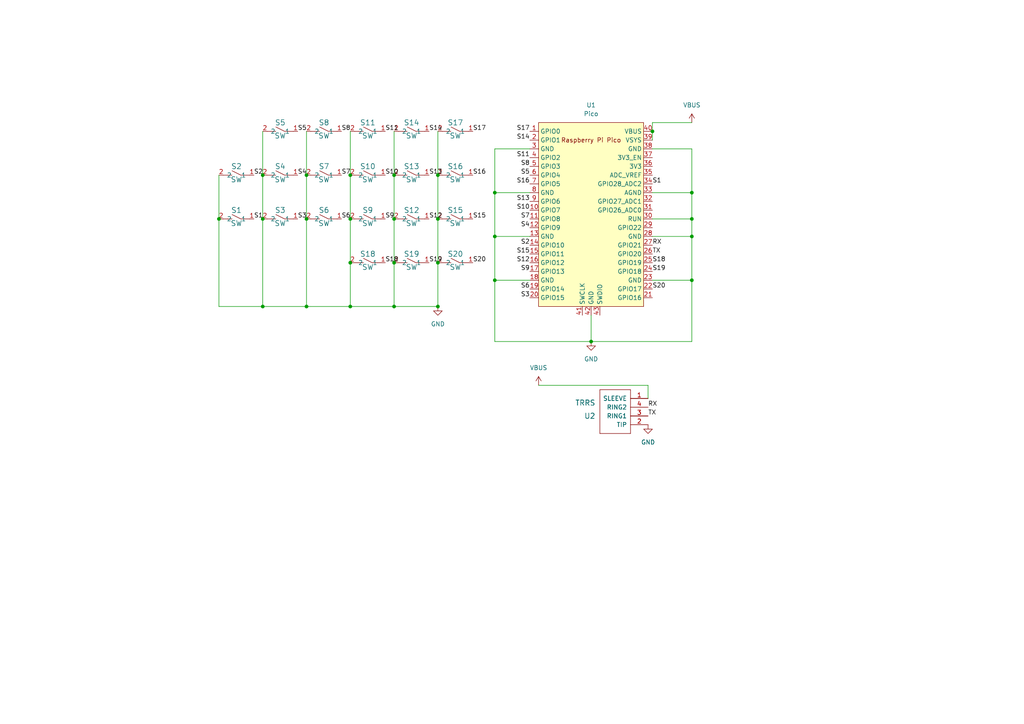
<source format=kicad_sch>
(kicad_sch (version 20211123) (generator eeschema)
  (paper "A4")
  (lib_symbols
    (symbol "pico:Pico"
      (property "Reference" "U" (at -13.97 27.94 0))
      (property "Value" "Pico" (at 0 19.05 0))
      (symbol "Pico_0_0"
        (text "Raspberry Pi Pico" (at 0 21.59 0) (effects (font (size 1.27 1.27))))
      )
      (symbol "Pico_0_1"
        (rectangle (start -15.24 26.67) (end 15.24 -26.67) (fill (type background)))
      )
      (symbol "Pico_1_1"
        (pin bidirectional line (at -17.78 24.13 0) (length 2.54) (name "GPIO0") (number "1"))
        (pin bidirectional line (at -17.78 1.27 0) (length 2.54) (name "GPIO7") (number "10"))
        (pin bidirectional line (at -17.78 -1.27 0) (length 2.54) (name "GPIO8") (number "11"))
        (pin bidirectional line (at -17.78 -3.81 0) (length 2.54) (name "GPIO9") (number "12"))
        (pin power_in line (at -17.78 -6.35 0) (length 2.54) (name "GND") (number "13"))
        (pin bidirectional line (at -17.78 -8.89 0) (length 2.54) (name "GPIO10") (number "14"))
        (pin bidirectional line (at -17.78 -11.43 0) (length 2.54) (name "GPIO11") (number "15"))
        (pin bidirectional line (at -17.78 -13.97 0) (length 2.54) (name "GPIO12") (number "16"))
        (pin bidirectional line (at -17.78 -16.51 0) (length 2.54) (name "GPIO13") (number "17"))
        (pin power_in line (at -17.78 -19.05 0) (length 2.54) (name "GND") (number "18"))
        (pin bidirectional line (at -17.78 -21.59 0) (length 2.54) (name "GPIO14") (number "19"))
        (pin bidirectional line (at -17.78 21.59 0) (length 2.54) (name "GPIO1") (number "2"))
        (pin bidirectional line (at -17.78 -24.13 0) (length 2.54) (name "GPIO15") (number "20"))
        (pin bidirectional line (at 17.78 -24.13 180) (length 2.54) (name "GPIO16") (number "21"))
        (pin bidirectional line (at 17.78 -21.59 180) (length 2.54) (name "GPIO17") (number "22"))
        (pin power_in line (at 17.78 -19.05 180) (length 2.54) (name "GND") (number "23"))
        (pin bidirectional line (at 17.78 -16.51 180) (length 2.54) (name "GPIO18") (number "24"))
        (pin bidirectional line (at 17.78 -13.97 180) (length 2.54) (name "GPIO19") (number "25"))
        (pin bidirectional line (at 17.78 -11.43 180) (length 2.54) (name "GPIO20") (number "26"))
        (pin bidirectional line (at 17.78 -8.89 180) (length 2.54) (name "GPIO21") (number "27"))
        (pin power_in line (at 17.78 -6.35 180) (length 2.54) (name "GND") (number "28"))
        (pin bidirectional line (at 17.78 -3.81 180) (length 2.54) (name "GPIO22") (number "29"))
        (pin power_in line (at -17.78 19.05 0) (length 2.54) (name "GND") (number "3"))
        (pin input line (at 17.78 -1.27 180) (length 2.54) (name "RUN") (number "30"))
        (pin bidirectional line (at 17.78 1.27 180) (length 2.54) (name "GPIO26_ADC0") (number "31"))
        (pin bidirectional line (at 17.78 3.81 180) (length 2.54) (name "GPIO27_ADC1") (number "32"))
        (pin power_in line (at 17.78 6.35 180) (length 2.54) (name "AGND") (number "33"))
        (pin bidirectional line (at 17.78 8.89 180) (length 2.54) (name "GPIO28_ADC2") (number "34"))
        (pin power_in line (at 17.78 11.43 180) (length 2.54) (name "ADC_VREF") (number "35"))
        (pin power_in line (at 17.78 13.97 180) (length 2.54) (name "3V3") (number "36"))
        (pin input line (at 17.78 16.51 180) (length 2.54) (name "3V3_EN") (number "37"))
        (pin bidirectional line (at 17.78 19.05 180) (length 2.54) (name "GND") (number "38"))
        (pin power_in line (at 17.78 21.59 180) (length 2.54) (name "VSYS") (number "39"))
        (pin bidirectional line (at -17.78 16.51 0) (length 2.54) (name "GPIO2") (number "4"))
        (pin power_in line (at 17.78 24.13 180) (length 2.54) (name "VBUS") (number "40"))
        (pin input line (at -2.54 -29.21 90) (length 2.54) (name "SWCLK") (number "41"))
        (pin power_in line (at 0 -29.21 90) (length 2.54) (name "GND") (number "42"))
        (pin bidirectional line (at 2.54 -29.21 90) (length 2.54) (name "SWDIO") (number "43"))
        (pin bidirectional line (at -17.78 13.97 0) (length 2.54) (name "GPIO3") (number "5"))
        (pin bidirectional line (at -17.78 11.43 0) (length 2.54) (name "GPIO4") (number "6"))
        (pin bidirectional line (at -17.78 8.89 0) (length 2.54) (name "GPIO5") (number "7"))
        (pin power_in line (at -17.78 6.35 0) (length 2.54) (name "GND") (number "8"))
        (pin bidirectional line (at -17.78 3.81 0) (length 2.54) (name "GPIO6") (number "9"))
      )
    )
    (symbol "pj-320:TRRS" (pin_names (offset 1.016))
      (property "Reference" "U" (at 0 15.24 0))
      (property "Value" "TRRS" (at 0 -2.54 0))
      (symbol "TRRS_0_1"
        (rectangle (start -3.81 0) (end -3.81 12.7))
        (rectangle (start -3.81 12.7) (end 5.08 12.7))
        (rectangle (start 5.08 0) (end -3.81 0))
        (rectangle (start 5.08 12.7) (end 5.08 0))
      )
      (symbol "TRRS_1_1"
        (pin input line (at -8.89 2.54 0) (length 5.08) (name "SLEEVE") (number "1"))
        (pin input line (at -8.89 10.16 0) (length 5.08) (name "TIP") (number "2"))
        (pin input line (at -8.89 7.62 0) (length 5.08) (name "RING1") (number "3"))
        (pin input line (at -8.89 5.08 0) (length 5.08) (name "RING2") (number "4"))
      )
    )
    (symbol "power:GND" (power) (pin_names (offset 0))
      (property "Value" "GND" (at 0 -3.81 0))
      (symbol "GND_0_1"
        (polyline (pts (xy 0 0) (xy 0 -1.27) (xy 1.27 -1.27) (xy 0 -2.54) (xy -1.27 -1.27) (xy 0 -1.27)))
      )
      (symbol "GND_1_1"
        (pin power_in line (at 0 0 270) (length 0) hide (name "GND") (number "1"))
      )
    )
    (symbol "power:VBUS" (power) (pin_names (offset 0))
      (property "Value" "VBUS" (at 0 3.81 0))
      (symbol "VBUS_0_1"
        (polyline (pts (xy -0.762 1.27) (xy 0 2.54)))
        (polyline (pts (xy 0 0) (xy 0 2.54)))
        (polyline (pts (xy 0 2.54) (xy 0.762 1.27)))
      )
      (symbol "VBUS_1_1"
        (pin power_in line (at 0 0 90) (length 0) hide (name "VBUS") (number "1"))
      )
    )
    (symbol "switch:SW" (pin_names (offset 1.016))
      (property "Reference" "S" (at 0 2.54 0))
      (property "Value" "SW" (at 0 -1.27 0))
      (symbol "SW_0_1"
        (polyline (pts (xy 2.54 0) (xy 1.27 0)))
        (polyline (pts (xy 3.81 0) (xy 2.54 0)))
        (polyline (pts (xy 1.27 1.27) (xy -1.27 0) (xy -3.81 0)))
      )
      (symbol "SW_1_1"
        (pin bidirectional line (at -5.08 0 0) (length 1.27) (name "1") (number "1"))
        (pin bidirectional line (at 5.08 0 180) (length 1.27) (name "2") (number "2"))
      )
    )
  )
  (junction (at 127 63.5))
  (junction (at 88.9 88.9))
  (junction (at 200.66 63.5))
  (junction (at 114.3 63.5))
  (junction (at 127 88.9))
  (junction (at 76.2 88.9))
  (junction (at 101.6 76.2))
  (junction (at 76.2 50.8))
  (junction (at 143.51 55.88))
  (junction (at 88.9 63.5))
  (junction (at 200.66 81.28))
  (junction (at 200.66 68.58))
  (junction (at 143.51 81.28))
  (junction (at 143.51 68.58))
  (junction (at 114.3 76.2))
  (junction (at 63.5 63.5))
  (junction (at 127 50.8))
  (junction (at 114.3 50.8))
  (junction (at 101.6 88.9))
  (junction (at 189.23 38.1))
  (junction (at 76.2 63.5))
  (junction (at 101.6 63.5))
  (junction (at 101.6 50.8))
  (junction (at 127 76.2))
  (junction (at 200.66 55.88))
  (junction (at 114.3 88.9))
  (junction (at 171.45 99.06))
  (junction (at 88.9 50.8))
  (wire (pts (xy 156.21 111.76) (xy 187.96 111.76)))
  (wire (pts (xy 88.9 88.9) (xy 101.6 88.9)))
  (wire (pts (xy 200.66 55.88) (xy 200.66 63.5)))
  (wire (pts (xy 171.45 99.06) (xy 171.45 91.44)))
  (wire (pts (xy 76.2 50.8) (xy 76.2 63.5)))
  (wire (pts (xy 200.66 35.56) (xy 189.23 35.56)))
  (wire (pts (xy 143.51 68.58) (xy 143.51 81.28)))
  (wire (pts (xy 101.6 50.8) (xy 101.6 63.5)))
  (wire (pts (xy 189.23 35.56) (xy 189.23 38.1)))
  (wire (pts (xy 143.51 55.88) (xy 153.67 55.88)))
  (wire (pts (xy 189.23 63.5) (xy 200.66 63.5)))
  (wire (pts (xy 114.3 63.5) (xy 114.3 76.2)))
  (wire (pts (xy 143.51 99.06) (xy 171.45 99.06)))
  (wire (pts (xy 143.51 55.88) (xy 143.51 68.58)))
  (wire (pts (xy 127 50.8) (xy 127 63.5)))
  (wire (pts (xy 63.5 50.8) (xy 63.5 63.5)))
  (wire (pts (xy 200.66 99.06) (xy 171.45 99.06)))
  (wire (pts (xy 101.6 76.2) (xy 101.6 88.9)))
  (wire (pts (xy 88.9 63.5) (xy 88.9 88.9)))
  (wire (pts (xy 189.23 43.18) (xy 200.66 43.18)))
  (wire (pts (xy 114.3 38.1) (xy 114.3 50.8)))
  (wire (pts (xy 88.9 38.1) (xy 88.9 50.8)))
  (wire (pts (xy 200.66 68.58) (xy 189.23 68.58)))
  (wire (pts (xy 76.2 38.1) (xy 76.2 50.8)))
  (wire (pts (xy 143.51 68.58) (xy 153.67 68.58)))
  (wire (pts (xy 200.66 68.58) (xy 200.66 81.28)))
  (wire (pts (xy 127 63.5) (xy 127 76.2)))
  (wire (pts (xy 127 76.2) (xy 127 88.9)))
  (wire (pts (xy 76.2 63.5) (xy 76.2 88.9)))
  (wire (pts (xy 114.3 76.2) (xy 114.3 88.9)))
  (wire (pts (xy 189.23 81.28) (xy 200.66 81.28)))
  (wire (pts (xy 101.6 38.1) (xy 101.6 50.8)))
  (wire (pts (xy 127 38.1) (xy 127 50.8)))
  (wire (pts (xy 101.6 88.9) (xy 114.3 88.9)))
  (wire (pts (xy 114.3 50.8) (xy 114.3 63.5)))
  (wire (pts (xy 88.9 50.8) (xy 88.9 63.5)))
  (wire (pts (xy 63.5 63.5) (xy 63.5 88.9)))
  (wire (pts (xy 143.51 81.28) (xy 143.51 99.06)))
  (wire (pts (xy 101.6 63.5) (xy 101.6 76.2)))
  (wire (pts (xy 189.23 55.88) (xy 200.66 55.88)))
  (wire (pts (xy 76.2 88.9) (xy 88.9 88.9)))
  (wire (pts (xy 114.3 88.9) (xy 127 88.9)))
  (wire (pts (xy 63.5 88.9) (xy 76.2 88.9)))
  (wire (pts (xy 189.23 38.1) (xy 189.23 40.64)))
  (wire (pts (xy 153.67 43.18) (xy 143.51 43.18)))
  (wire (pts (xy 200.66 81.28) (xy 200.66 99.06)))
  (wire (pts (xy 143.51 81.28) (xy 153.67 81.28)))
  (wire (pts (xy 187.96 111.76) (xy 187.96 115.57)))
  (wire (pts (xy 200.66 43.18) (xy 200.66 55.88)))
  (wire (pts (xy 143.51 43.18) (xy 143.51 55.88)))
  (wire (pts (xy 200.66 63.5) (xy 200.66 68.58)))
  (label "S9" (at 153.67 78.74 180))
  (label "S7" (at 153.67 63.5 180))
  (label "S18" (at 189.23 76.2 0))
  (label "S12" (at 153.67 76.2 180))
  (label "RX" (at 187.96 118.11 0))
  (label "S8" (at 153.67 48.26 180))
  (label "TX" (at 187.96 120.65 0))
  (label "S17" (at 153.67 38.1 180))
  (label "S16" (at 137.16 50.8 0))
  (label "S18" (at 111.76 76.2 0))
  (label "S10" (at 153.67 60.96 180))
  (label "S13" (at 124.46 50.8 0))
  (label "S6" (at 99.06 63.5 0))
  (label "S14" (at 153.67 40.64 180))
  (label "S5" (at 153.67 50.8 180))
  (label "S3" (at 153.67 86.36 180))
  (label "S8" (at 99.06 38.1 0))
  (label "S12" (at 124.46 63.5 0))
  (label "S14" (at 124.46 38.1 0))
  (label "S4" (at 86.36 50.8 0))
  (label "S2" (at 73.66 50.8 0))
  (label "S11" (at 153.67 45.72 180))
  (label "S19" (at 189.23 78.74 0))
  (label "S4" (at 153.67 66.04 180))
  (label "RX" (at 189.23 71.12 0))
  (label "S17" (at 137.16 38.1 0))
  (label "S11" (at 111.76 38.1 0))
  (label "S9" (at 111.76 63.5 0))
  (label "S1" (at 189.23 53.34 0))
  (label "S5" (at 86.36 38.1 0))
  (label "S16" (at 153.67 53.34 180))
  (label "S15" (at 153.67 73.66 180))
  (label "S1" (at 73.66 63.5 0))
  (label "S3" (at 86.36 63.5 0))
  (label "TX" (at 189.23 73.66 0))
  (label "S19" (at 124.46 76.2 0))
  (label "S6" (at 153.67 83.82 180))
  (label "S2" (at 153.67 71.12 180))
  (label "S15" (at 137.16 63.5 0))
  (label "S13" (at 153.67 58.42 180))
  (label "S10" (at 111.76 50.8 0))
  (label "S20" (at 137.16 76.2 0))
  (label "S7" (at 99.06 50.8 0))
  (label "S20" (at 189.23 83.82 0))
  (symbol (lib_id "power:GND") (at 187.96 123.19 0) (unit 1)
    (property "Reference" "#PWR02" (effects hide))
    (property "Value" "GND" (at 187.96 128.27 0))
  )
  (symbol (lib_id "switch:SW") (at 81.28 63.5 0) (mirror y) (unit 1)
    (property "Reference" "S3" (at 81.28 60.96 0) (effects (font (size 1.524 1.524))))
    (property "Value" "SW" (at 81.28 64.77 0) (effects (font (size 1.524 1.524))))
    (property "Footprint" "chocReversible:Kailh-PG1350-1u-reversible" (effects hide))
  )
  (symbol (lib_id "switch:SW") (at 93.98 63.5 0) (mirror y) (unit 1)
    (property "Reference" "S6" (at 93.98 60.96 0) (effects (font (size 1.524 1.524))))
    (property "Value" "SW" (at 93.98 64.77 0) (effects (font (size 1.524 1.524))))
    (property "Footprint" "chocReversible:Kailh-PG1350-1u-reversible" (effects hide))
  )
  (symbol (lib_id "switch:SW") (at 119.38 50.8 0) (mirror y) (unit 1)
    (property "Reference" "S13" (at 119.38 48.26 0) (effects (font (size 1.524 1.524))))
    (property "Value" "SW" (at 119.38 52.07 0) (effects (font (size 1.524 1.524))))
    (property "Footprint" "chocReversible:Kailh-PG1350-1u-reversible" (effects hide))
  )
  (symbol (lib_id "power:GND") (at 171.45 99.06 0) (unit 1)
    (property "Reference" "#PWR0102" (effects hide))
    (property "Value" "GND" (at 171.45 104.14 0))
  )
  (symbol (lib_id "switch:SW") (at 132.08 63.5 0) (mirror y) (unit 1)
    (property "Reference" "S15" (at 132.08 60.96 0) (effects (font (size 1.524 1.524))))
    (property "Value" "SW" (at 132.08 64.77 0) (effects (font (size 1.524 1.524))))
    (property "Footprint" "chocReversible:Kailh-PG1350-1u-reversible" (effects hide))
  )
  (symbol (lib_id "switch:SW") (at 132.08 50.8 0) (mirror y) (unit 1)
    (property "Reference" "S16" (at 132.08 48.26 0) (effects (font (size 1.524 1.524))))
    (property "Value" "SW" (at 132.08 52.07 0) (effects (font (size 1.524 1.524))))
    (property "Footprint" "chocReversible:Kailh-PG1350-1u-reversible" (effects hide))
  )
  (symbol (lib_id "power:VBUS") (at 156.21 111.76 0) (unit 1)
    (property "Reference" "#PWR01" (effects hide))
    (property "Value" "VBUS" (at 156.21 106.68 0))
  )
  (symbol (lib_id "switch:SW") (at 68.58 50.8 0) (mirror y) (unit 1)
    (property "Reference" "S2" (at 68.58 48.26 0) (effects (font (size 1.524 1.524))))
    (property "Value" "SW" (at 68.58 52.07 0) (effects (font (size 1.524 1.524))))
    (property "Footprint" "chocReversible:Kailh-PG1350-1u-reversible" (effects hide))
  )
  (symbol (lib_id "pico:Pico") (at 171.45 62.23 0) (unit 1)
    (property "Reference" "U1" (at 171.45 30.48 0))
    (property "Value" "Pico" (at 171.45 33.02 0))
    (property "Footprint" "pico:RPi_Pico_SMD_TH" (effects hide))
  )
  (symbol (lib_id "pj-320:TRRS") (at 179.07 113.03 180) (unit 1)
    (property "Reference" "U2" (at 172.72 120.65 0) (effects (font (size 1.524 1.524)) (justify left)))
    (property "Value" "TRRS" (at 172.72 116.84 0) (effects (font (size 1.524 1.524)) (justify left)))
    (property "Footprint" "keebio:TRRS-PJ-320A-dual" (effects hide))
  )
  (symbol (lib_id "switch:SW") (at 93.98 50.8 0) (mirror y) (unit 1)
    (property "Reference" "S7" (at 93.98 48.26 0) (effects (font (size 1.524 1.524))))
    (property "Value" "SW" (at 93.98 52.07 0) (effects (font (size 1.524 1.524))))
    (property "Footprint" "chocReversible:Kailh-PG1350-1u-reversible" (effects hide))
  )
  (symbol (lib_id "switch:SW") (at 132.08 76.2 0) (mirror y) (unit 1)
    (property "Reference" "S20" (at 132.08 73.66 0) (effects (font (size 1.524 1.524))))
    (property "Value" "SW" (at 132.08 77.47 0) (effects (font (size 1.524 1.524))))
    (property "Footprint" "chocReversible:Kailh-PG1350-1u-reversible" (effects hide))
  )
  (symbol (lib_id "power:GND") (at 127 88.9 0) (unit 1)
    (property "Reference" "#PWR0101" (effects hide))
    (property "Value" "GND" (at 127 93.98 0))
  )
  (symbol (lib_id "switch:SW") (at 81.28 38.1 0) (mirror y) (unit 1)
    (property "Reference" "S5" (at 81.28 35.56 0) (effects (font (size 1.524 1.524))))
    (property "Value" "SW" (at 81.28 39.37 0) (effects (font (size 1.524 1.524))))
    (property "Footprint" "chocReversible:Kailh-PG1350-1u-reversible" (effects hide))
  )
  (symbol (lib_id "switch:SW") (at 106.68 50.8 0) (mirror y) (unit 1)
    (property "Reference" "S10" (at 106.68 48.26 0) (effects (font (size 1.524 1.524))))
    (property "Value" "SW" (at 106.68 52.07 0) (effects (font (size 1.524 1.524))))
    (property "Footprint" "chocReversible:Kailh-PG1350-1u-reversible" (effects hide))
  )
  (symbol (lib_id "switch:SW") (at 119.38 38.1 0) (mirror y) (unit 1)
    (property "Reference" "S14" (at 119.38 35.56 0) (effects (font (size 1.524 1.524))))
    (property "Value" "SW" (at 119.38 39.37 0) (effects (font (size 1.524 1.524))))
    (property "Footprint" "chocReversible:Kailh-PG1350-1u-reversible" (effects hide))
  )
  (symbol (lib_id "switch:SW") (at 119.38 63.5 0) (mirror y) (unit 1)
    (property "Reference" "S12" (at 119.38 60.96 0) (effects (font (size 1.524 1.524))))
    (property "Value" "SW" (at 119.38 64.77 0) (effects (font (size 1.524 1.524))))
    (property "Footprint" "chocReversible:Kailh-PG1350-1u-reversible" (effects hide))
  )
  (symbol (lib_id "switch:SW") (at 106.68 76.2 0) (mirror y) (unit 1)
    (property "Reference" "S18" (at 106.68 73.66 0) (effects (font (size 1.524 1.524))))
    (property "Value" "SW" (at 106.68 77.47 0) (effects (font (size 1.524 1.524))))
    (property "Footprint" "chocReversible:Kailh-PG1350-1u-reversible" (effects hide))
  )
  (symbol (lib_id "switch:SW") (at 93.98 38.1 0) (mirror y) (unit 1)
    (property "Reference" "S8" (at 93.98 35.56 0) (effects (font (size 1.524 1.524))))
    (property "Value" "SW" (at 93.98 39.37 0) (effects (font (size 1.524 1.524))))
    (property "Footprint" "chocReversible:Kailh-PG1350-1u-reversible" (effects hide))
  )
  (symbol (lib_id "switch:SW") (at 132.08 38.1 0) (mirror y) (unit 1)
    (property "Reference" "S17" (at 132.08 35.56 0) (effects (font (size 1.524 1.524))))
    (property "Value" "SW" (at 132.08 39.37 0) (effects (font (size 1.524 1.524))))
    (property "Footprint" "chocReversible:Kailh-PG1350-1u-reversible" (effects hide))
  )
  (symbol (lib_id "power:VBUS") (at 200.66 35.56 0) (unit 1)
    (property "Reference" "#PWR03" (effects hide))
    (property "Value" "VBUS" (at 200.66 30.48 0))
  )
  (symbol (lib_id "switch:SW") (at 119.38 76.2 0) (mirror y) (unit 1)
    (property "Reference" "S19" (at 119.38 73.66 0) (effects (font (size 1.524 1.524))))
    (property "Value" "SW" (at 119.38 77.47 0) (effects (font (size 1.524 1.524))))
    (property "Footprint" "chocReversible:Kailh-PG1350-1u-reversible" (effects hide))
  )
  (symbol (lib_id "switch:SW") (at 68.58 63.5 0) (mirror y) (unit 1)
    (property "Reference" "S1" (at 68.58 60.96 0) (effects (font (size 1.524 1.524))))
    (property "Value" "SW" (at 68.58 64.77 0) (effects (font (size 1.524 1.524))))
    (property "Footprint" "chocReversible:Kailh-PG1350-1u-reversible" (effects hide))
  )
  (symbol (lib_id "switch:SW") (at 81.28 50.8 0) (mirror y) (unit 1)
    (property "Reference" "S4" (at 81.28 48.26 0) (effects (font (size 1.524 1.524))))
    (property "Value" "SW" (at 81.28 52.07 0) (effects (font (size 1.524 1.524))))
    (property "Footprint" "chocReversible:Kailh-PG1350-1u-reversible" (effects hide))
  )
  (symbol (lib_id "switch:SW") (at 106.68 38.1 0) (mirror y) (unit 1)
    (property "Reference" "S11" (at 106.68 35.56 0) (effects (font (size 1.524 1.524))))
    (property "Value" "SW" (at 106.68 39.37 0) (effects (font (size 1.524 1.524))))
    (property "Footprint" "chocReversible:Kailh-PG1350-1u-reversible" (effects hide))
  )
  (symbol (lib_id "switch:SW") (at 106.68 63.5 0) (mirror y) (unit 1)
    (property "Reference" "S9" (at 106.68 60.96 0) (effects (font (size 1.524 1.524))))
    (property "Value" "SW" (at 106.68 64.77 0) (effects (font (size 1.524 1.524))))
    (property "Footprint" "chocReversible:Kailh-PG1350-1u-reversible" (effects hide))
  )
)
</source>
